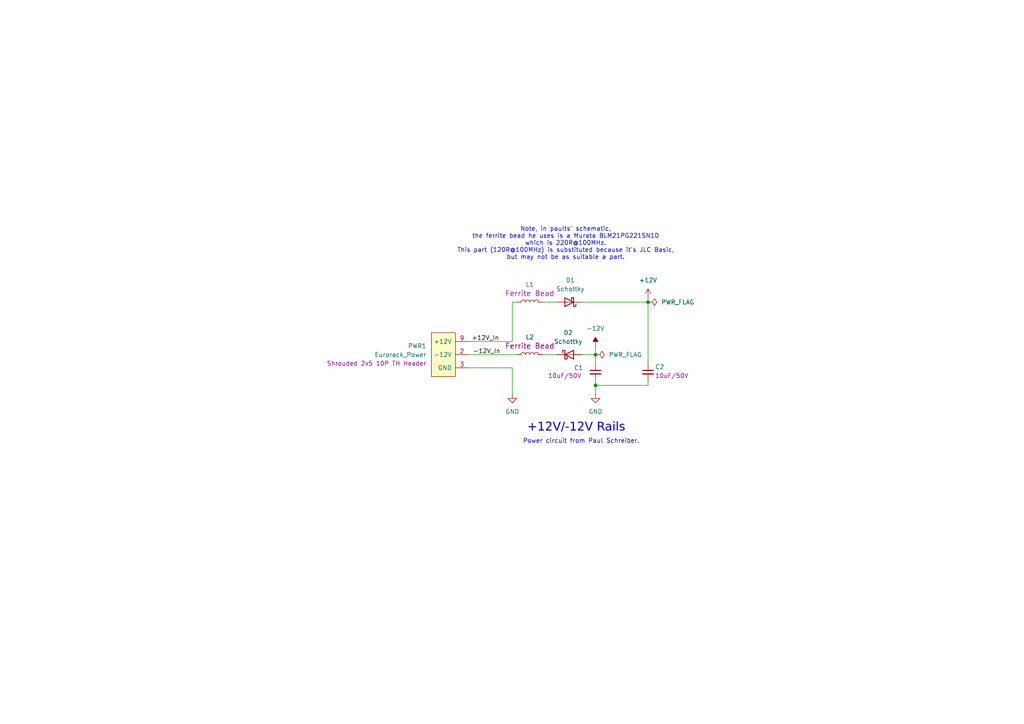
<source format=kicad_sch>
(kicad_sch (version 20250114) (generator "eeschema") (generator_version "9.0")
  (paper "A4")
  (lib_symbols
    (symbol "Lichen:10uF_0805_50V" (pin_numbers (hide yes)) (pin_names (offset 0.254) (hide yes))
      (property "Reference" "C2" (at 2.54 1.2638 0))
      (property "Display" "10uF/50V" (at 2.032 -1.016 0))
      (symbol "10uF_0805_50V_0_1"
        (polyline (pts (xy -1.524 0.508) (xy 1.524 0.508)) (stroke (width 0.3048)))
        (polyline (pts (xy -1.524 -0.508) (xy 1.524 -0.508)) (stroke (width 0.3302)))
      )
      (symbol "10uF_0805_50V_1_1"
        (pin passive line (at 0 2.54 270) (length 2.032) (name "~") (number "1"))
        (pin passive line (at 0 -2.54 90) (length 2.032) (name "~") (number "2"))
      )
    )
    (symbol "Lichen:Eurorack_Power_2x5P_Shrouded_TH" (pin_names (offset 1.016))
      (property "Reference" "PWR1" (at -4.572 2.54 0))
      (property "Value" "Eurorack_Power" (at -4.572 0 0))
      (property "Description" "Shrouded 2x5 10P TH Header" (at -4.572 -2.54 0))
      (symbol "Eurorack_Power_2x5P_Shrouded_TH_0_1"
        (rectangle (start -3.175 6.35) (end 3.81 -6.35) (fill (type background)))
      )
      (symbol "Eurorack_Power_2x5P_Shrouded_TH_1_1"
        (pin passive line (at 7.62 3.81 180) (length 3.81) (hide yes) (name "+12V") (number "10"))
        (pin power_out line (at 7.62 3.81 180) (length 3.81) (name "+12V") (number "9"))
        (pin power_out line (at 7.62 0 180) (length 3.81) (hide yes) (name "-12V") (number "1"))
        (pin passive line (at 7.62 0 180) (length 3.81) (name "-12V") (number "2"))
        (pin power_out line (at 7.62 -3.81 180) (length 3.81) (name "GND") (number "3"))
        (pin passive line (at 7.62 -3.81 180) (length 3.81) (hide yes) (name "GND") (number "4"))
        (pin passive line (at 7.62 -3.81 180) (length 3.81) (hide yes) (name "GND") (number "5"))
        (pin passive line (at 7.62 -3.81 180) (length 3.81) (hide yes) (name "GND") (number "6"))
        (pin passive line (at 7.62 -3.81 180) (length 3.81) (hide yes) (name "GND") (number "7"))
        (pin passive line (at 7.62 -3.81 180) (length 3.81) (hide yes) (name "GND") (number "8"))
      )
    )
    (symbol "Lichen:FerriteBead_0603_JLC_Basic_for_Eurorack_Power" (pin_numbers (hide yes)) (pin_names (offset 1.016) (hide yes))
      (property "Reference" "L1" (at 5.08 0 90))
      (property "Display" "Ferrite Bead" (at 2.54 0 90))
      (symbol "FerriteBead_0603_JLC_Basic_for_Eurorack_Power_0_1"
        (arc (start 0 2.54) (mid 0.6323 1.905) (end 0 1.27))
        (arc (start 0 1.27) (mid 0.6323 0.635) (end 0 0))
        (arc (start 0 0) (mid 0.6323 -0.635) (end 0 -1.27))
        (arc (start 0 -1.27) (mid 0.6323 -1.905) (end 0 -2.54))
      )
      (symbol "FerriteBead_0603_JLC_Basic_for_Eurorack_Power_1_1"
        (pin passive line (at 0 3.81 270) (length 1.27) (name "1") (number "1"))
        (pin passive line (at 0 -3.81 90) (length 1.27) (name "2") (number "2"))
      )
    )
    (symbol "Lichen:Schottky_Diode" (pin_numbers (hide yes)) (pin_names (offset 1.016) (hide yes))
      (property "Reference" "D1" (at -0.3175 -6.35 0))
      (property "Value" "Schottky" (at -0.3175 -3.81 0))
      (symbol "Schottky_Diode_0_1"
        (polyline (pts (xy -1.905 0.635) (xy -1.905 1.27) (xy -1.27 1.27) (xy -1.27 -1.27) (xy -0.635 -1.27) (xy -0.635 -0.635)) (stroke (width 0.254)))
        (polyline (pts (xy 1.27 1.27) (xy 1.27 -1.27) (xy -1.27 0) (xy 1.27 1.27)) (stroke (width 0.254)))
        (polyline (pts (xy 1.27 0) (xy -1.27 0)))
      )
      (symbol "Schottky_Diode_1_1"
        (pin passive line (at -3.81 0 0) (length 2.54) (name "K") (number "1"))
        (pin passive line (at 3.81 0 180) (length 2.54) (name "A") (number "2"))
      )
    )
    (symbol "power:+12V" (power) (pin_numbers (hide yes)) (pin_names (offset 0) (hide yes))
      (property "Value" "+12V" (at 0 3.556 0))
      (symbol "+12V_0_1"
        (polyline (pts (xy -0.762 1.27) (xy 0 2.54)))
        (polyline (pts (xy 0 2.54) (xy 0.762 1.27)))
        (polyline (pts (xy 0 0) (xy 0 2.54)))
      )
      (symbol "+12V_1_1"
        (pin power_in line (at 0 0 90) (length 0) (name "~") (number "1"))
      )
    )
    (symbol "power:-12V" (power) (pin_numbers (hide yes)) (pin_names (offset 0) (hide yes))
      (property "Value" "-12V" (at 0 3.556 0))
      (symbol "-12V_0_0"
        (pin power_in line (at 0 0 90) (length 0) (name "~") (number "1"))
      )
      (symbol "-12V_0_1"
        (polyline (pts (xy 0 0) (xy 0 1.27) (xy 0.762 1.27) (xy 0 2.54) (xy -0.762 1.27) (xy 0 1.27)) (fill (type outline)))
      )
    )
    (symbol "power:GND" (power) (pin_numbers (hide yes)) (pin_names (offset 0) (hide yes))
      (property "Value" "GND" (at 0 -3.81 0))
      (symbol "GND_0_1"
        (polyline (pts (xy 0 0) (xy 0 -1.27) (xy 1.27 -1.27) (xy 0 -2.54) (xy -1.27 -1.27) (xy 0 -1.27)))
      )
      (symbol "GND_1_1"
        (pin power_in line (at 0 0 270) (length 0) (name "~") (number "1"))
      )
    )
    (symbol "power:PWR_FLAG" (power) (pin_numbers (hide yes)) (pin_names (offset 0) (hide yes))
      (property "Value" "PWR_FLAG" (at 0 3.81 0))
      (symbol "PWR_FLAG_0_0"
        (pin power_out line (at 0 0 90) (length 0) (name "~") (number "1"))
      )
      (symbol "PWR_FLAG_0_1"
        (polyline (pts (xy 0 0) (xy 0 1.27) (xy -1.016 1.905) (xy 0 2.54) (xy 1.016 1.905) (xy 0 1.27)))
      )
    )
  )
  (text "Note, in paults' schematic,\nthe ferrite bead he uses is a Murata BLM21PG221SN1D\nwhich is 220R@100MHz.\nThis part (120R@100MHz) is substituted because it's JLC Basic,\nbut may not be as suitable a part." (at 164.084 70.612 0) (effects (font (size 1.27 1.27))))
  (text "Power circuit from Paul Schreiber." (at 151.638 128.016 0) (effects (font (size 1.27 1.27)) (justify left)))
  (text "+12V/-12V Rails" (at 167.132 124.714 0) (effects (font (size 2.5 2.5))))
  (junction (at 172.72 102.87))
  (junction (at 172.72 111.76))
  (junction (at 187.96 87.63))
  (wire (pts (xy 172.72 111.76) (xy 172.72 110.49)))
  (wire (pts (xy 149.86 87.63) (xy 148.59 87.63)))
  (wire (pts (xy 187.96 110.49) (xy 187.96 111.76)))
  (wire (pts (xy 148.59 106.68) (xy 135.89 106.68)))
  (wire (pts (xy 135.89 102.87) (xy 149.86 102.87)))
  (wire (pts (xy 172.72 100.33) (xy 172.72 102.87)))
  (wire (pts (xy 168.91 87.63) (xy 187.96 87.63)))
  (wire (pts (xy 168.91 102.87) (xy 172.72 102.87)))
  (wire (pts (xy 148.59 99.06) (xy 135.89 99.06)))
  (wire (pts (xy 157.48 102.87) (xy 161.29 102.87)))
  (wire (pts (xy 187.96 87.63) (xy 187.96 86.36)))
  (wire (pts (xy 172.72 114.3) (xy 172.72 111.76)))
  (wire (pts (xy 187.96 87.63) (xy 187.96 105.41)))
  (wire (pts (xy 161.29 87.63) (xy 157.48 87.63)))
  (wire (pts (xy 148.59 106.68) (xy 148.59 114.3)))
  (wire (pts (xy 148.59 87.63) (xy 148.59 99.06)))
  (wire (pts (xy 172.72 111.76) (xy 187.96 111.76)))
  (wire (pts (xy 172.72 105.41) (xy 172.72 102.87)))
  (label "+12V_In" (at 144.78 99.06 180))
  (label "-12V_In" (at 137.16 102.87 0))
  (symbol (lib_id "Lichen:10uF_0805_50V") (at 172.72 107.95 0) (unit 1)
    (property "Reference" "C1" (at 169.164 106.68 0) (effects (justify right)))
    (property "Value" "10uF_0805_25V" (effects (hide yes)))
    (property "Footprint" "Lichen:C_0805" (effects (hide yes)))
    (property "Description" "50V 10uF X5R ±10% 0805 MLCC SMD" (effects (hide yes)))
    (property "Specifications" "50V 10uF X5R ±10% 0805 MLCC SMD" (effects (hide yes)))
    (property "Manufacturer" "Murata Electronics" (effects (hide yes)))
    (property "Part Number" "GRM21BR61H106KE43L" (effects (hide yes)))
    (property "Display" "10uF/50V" (at 168.656 108.966 0) (effects (justify right)))
    (property "LCSC" "C440198" (effects (hide yes)))
  )
  (symbol (lib_id "Lichen:Eurorack_Power_2x5P_Shrouded_TH") (at 128.27 102.87 0) (unit 1)
    (property "Reference" "PWR1" (at 123.698 100.33 0) (effects (justify right)))
    (property "Value" "Eurorack_Power" (at 123.698 102.87 0) (effects (justify right)))
    (property "Footprint" "Lichen:Eurorack_Power_Shrouded_TH_Staggered_Small" (effects (hide yes)))
    (property "Description" "Shrouded 2x5 10P TH Header" (at 123.698 105.41 0) (effects (justify right)))
  )
  (symbol (lib_id "Lichen:10uF_0805_50V") (at 187.96 107.95 0) (unit 1)
    (property "Reference" "C2" (at 189.992 106.426 0) (effects (justify left)))
    (property "Value" "10uF_0805_25V" (effects (hide yes)))
    (property "Footprint" "Lichen:C_0805" (effects (hide yes)))
    (property "Description" "50V 10uF X5R ±10% 0805 MLCC SMD" (effects (hide yes)))
    (property "Specifications" "50V 10uF X5R ±10% 0805 MLCC SMD" (effects (hide yes)))
    (property "Manufacturer" "Murata Electronics" (effects (hide yes)))
    (property "Part Number" "GRM21BR61H106KE43L" (effects (hide yes)))
    (property "Display" "10uF/50V" (at 189.992 108.966 0) (effects (justify left)))
    (property "LCSC" "C440198" (effects (hide yes)))
  )
  (symbol (lib_id "Lichen:Schottky_Diode") (at 165.1 87.63 180) (unit 1)
    (property "Reference" "D1" (at 165.4175 81.28 0))
    (property "Value" "Schottky" (at 165.4175 83.82 0))
    (property "Footprint" "Diode_SMD:D_SMB_Handsoldering" (effects (hide yes)))
    (property "Datasheet" "https://www.lcsc.com/datasheet/lcsc_datasheet_2409301604_STMicroelectronics-STPS1L30U_C222239.pdf" (effects (hide yes)))
    (property "Description" "Schottky diode" (effects (hide yes)))
    (property "Manufacturer" "STMicroelectronics" (effects (hide yes)))
    (property "Part Number" "STPS1L30U" (effects (hide yes)))
    (property "JLCPCB ID" "C222239" (effects (hide yes)))
  )
  (symbol (lib_id "Lichen:Schottky_Diode") (at 165.1 102.87 0) (unit 1)
    (property "Reference" "D2" (at 164.7825 96.52 0))
    (property "Value" "Schottky" (at 164.7825 99.06 0))
    (property "Footprint" "Diode_SMD:D_SMB_Handsoldering" (effects (hide yes)))
    (property "Datasheet" "https://www.lcsc.com/datasheet/lcsc_datasheet_2409301604_STMicroelectronics-STPS1L30U_C222239.pdf" (effects (hide yes)))
    (property "Description" "Schottky diode" (effects (hide yes)))
    (property "Manufacturer" "STMicroelectronics" (effects (hide yes)))
    (property "Part Number" "STPS1L30U" (effects (hide yes)))
    (property "LCSC" "C222239" (effects (hide yes)))
    (property "JLCPCB ID" "C222239" (effects (hide yes)))
  )
  (symbol (lib_id "power:GND") (at 148.59 114.3 0) (unit 1)
    (property "Reference" "#PWR01" (effects (hide yes)))
    (property "Value" "GND" (at 148.59 119.38 0))
    (property "Description" "Power symbol creates a global label with name \"GND\" , ground" (effects (hide yes)))
    (instances (project "" (path "" (reference "#PWR01") (unit 1))) (project "lichen-crustose" (path "" (reference "#PWR023") (unit 1))))
  )
  (symbol (lib_id "Lichen:FerriteBead_0603_JLC_Basic_for_Eurorack_Power") (at 153.67 87.63 90) (unit 1)
    (property "Reference" "L1" (at 153.67 82.55 90))
    (property "Value" "FerriteBead_0603_2A" (effects (hide yes)))
    (property "Footprint" "Lichen:R_0603" (effects (hide yes)))
    (property "Datasheet" "https://jlcpcb.com/api/file/downloadByFileSystemAccessId/8588900229559300096" (effects (hide yes)))
    (property "Description" "120Ω@100MHz 2A 50mΩ ±25% 0603 Ferrite Beads" (effects (hide yes)))
    (property "Specifications" "120Ω@100MHz 2A 50mΩ ±25% 0603 Ferrite Beads" (effects (hide yes)))
    (property "Manufacturer" "Murata Electronics" (effects (hide yes)))
    (property "Part Number" "BLM18PG121SN1D" (effects (hide yes)))
    (property "Display" "Ferrite Bead" (at 153.67 85.09 90) (effects (font (size 1.524 1.524))))
    (property "LCSC" "C14709" (effects (hide yes)))
  )
  (symbol (lib_id "power:-12V") (at 172.72 100.33 0) (unit 1)
    (property "Reference" "#PWR02" (effects (hide yes)))
    (property "Value" "-12V" (at 172.72 95.25 0))
    (property "Description" "Power symbol creates a global label with name \"-12V\"" (effects (hide yes)))
    (instances (project "" (path "" (reference "#PWR02") (unit 1))) (project "lichen-crustose" (path "" (reference "#PWR024") (unit 1))))
  )
  (symbol (lib_id "power:GND") (at 172.72 114.3 0) (unit 1)
    (property "Reference" "#PWR03" (effects (hide yes)))
    (property "Value" "GND" (at 172.72 119.38 0))
    (property "Description" "Power symbol creates a global label with name \"GND\" , ground" (effects (hide yes)))
    (instances (project "" (path "" (reference "#PWR03") (unit 1))) (project "lichen-crustose" (path "" (reference "#PWR025") (unit 1))))
  )
  (symbol (lib_id "power:PWR_FLAG") (at 187.96 87.63 270) (unit 1)
    (property "Reference" "#FLG02" (effects (hide yes)))
    (property "Value" "PWR_FLAG" (at 191.77 87.6299 90) (effects (justify left)))
    (property "Description" "Special symbol for telling ERC where power comes from" (effects (hide yes)))
  )
  (symbol (lib_id "power:+12V") (at 187.96 86.36 0) (unit 1)
    (property "Reference" "#PWR04" (effects (hide yes)))
    (property "Value" "+12V" (at 187.96 81.28 0))
    (property "Description" "Power symbol creates a global label with name \"+12V\"" (effects (hide yes)))
    (instances (project "" (path "" (reference "#PWR04") (unit 1))) (project "lichen-crustose" (path "" (reference "#PWR026") (unit 1))))
  )
  (symbol (lib_id "Lichen:FerriteBead_0603_JLC_Basic_for_Eurorack_Power") (at 153.67 102.87 90) (unit 1)
    (property "Reference" "L2" (at 153.67 97.79 90))
    (property "Value" "FerriteBead_0603_2A" (effects (hide yes)))
    (property "Footprint" "Lichen:R_0603" (effects (hide yes)))
    (property "Datasheet" "https://jlcpcb.com/api/file/downloadByFileSystemAccessId/8588900229559300096" (effects (hide yes)))
    (property "Description" "120Ω@100MHz 2A 50mΩ ±25% 0603 Ferrite Beads" (effects (hide yes)))
    (property "Specifications" "120Ω@100MHz 2A 50mΩ ±25% 0603 Ferrite Beads" (effects (hide yes)))
    (property "Manufacturer" "Murata Electronics" (effects (hide yes)))
    (property "Part Number" "BLM18PG121SN1D" (effects (hide yes)))
    (property "Display" "Ferrite Bead" (at 153.67 100.33 90) (effects (font (size 1.524 1.524))))
    (property "LCSC" "C14709" (effects (hide yes)))
  )
  (symbol (lib_id "power:PWR_FLAG") (at 172.72 102.87 270) (unit 1)
    (property "Reference" "#FLG01" (effects (hide yes)))
    (property "Value" "PWR_FLAG" (at 176.53 102.8699 90) (effects (justify left)))
    (property "Description" "Special symbol for telling ERC where power comes from" (effects (hide yes)))
  )
)
</source>
